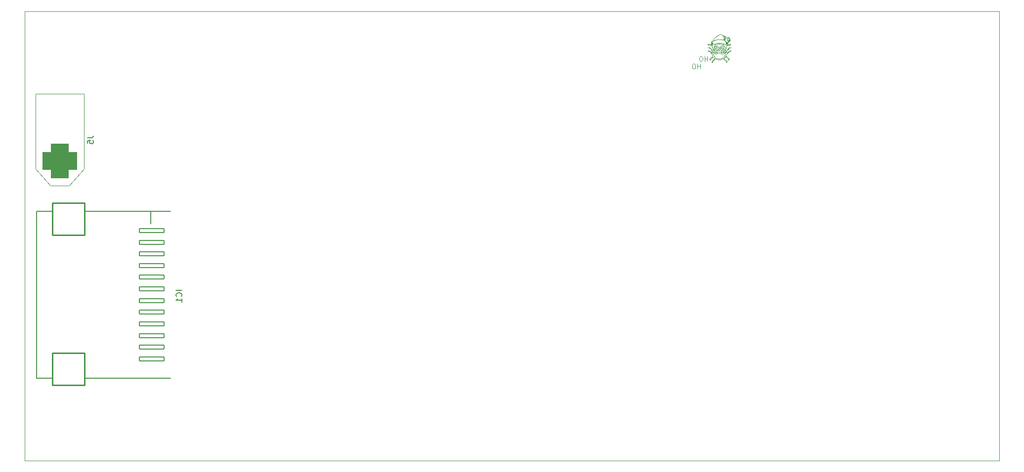
<source format=gbo>
%TF.GenerationSoftware,KiCad,Pcbnew,8.0.8-8.0.8-0~ubuntu24.04.1*%
%TF.CreationDate,2025-02-11T18:27:08-05:00*%
%TF.ProjectId,Strojni_posuv,5374726f-6a6e-4695-9f70-6f7375762e6b,rev?*%
%TF.SameCoordinates,Original*%
%TF.FileFunction,Legend,Bot*%
%TF.FilePolarity,Positive*%
%FSLAX46Y46*%
G04 Gerber Fmt 4.6, Leading zero omitted, Abs format (unit mm)*
G04 Created by KiCad (PCBNEW 8.0.8-8.0.8-0~ubuntu24.04.1) date 2025-02-11 18:27:08*
%MOMM*%
%LPD*%
G01*
G04 APERTURE LIST*
G04 Aperture macros list*
%AMRoundRect*
0 Rectangle with rounded corners*
0 $1 Rounding radius*
0 $2 $3 $4 $5 $6 $7 $8 $9 X,Y pos of 4 corners*
0 Add a 4 corners polygon primitive as box body*
4,1,4,$2,$3,$4,$5,$6,$7,$8,$9,$2,$3,0*
0 Add four circle primitives for the rounded corners*
1,1,$1+$1,$2,$3*
1,1,$1+$1,$4,$5*
1,1,$1+$1,$6,$7*
1,1,$1+$1,$8,$9*
0 Add four rect primitives between the rounded corners*
20,1,$1+$1,$2,$3,$4,$5,0*
20,1,$1+$1,$4,$5,$6,$7,0*
20,1,$1+$1,$6,$7,$8,$9,0*
20,1,$1+$1,$8,$9,$2,$3,0*%
G04 Aperture macros list end*
%ADD10C,0.125000*%
%ADD11C,0.049000*%
%ADD12C,0.100000*%
%ADD13C,0.150000*%
%ADD14C,0.120000*%
%ADD15C,0.127000*%
%ADD16C,0.203200*%
%ADD17C,2.400000*%
%ADD18R,1.700000X1.700000*%
%ADD19O,1.700000X1.700000*%
%ADD20C,2.000000*%
%ADD21C,2.600000*%
%ADD22R,2.000000X2.000000*%
%ADD23R,2.500000X3.000000*%
%ADD24R,1.800000X1.800000*%
%ADD25C,1.800000*%
%ADD26RoundRect,1.500000X1.500000X-1.500000X1.500000X1.500000X-1.500000X1.500000X-1.500000X-1.500000X0*%
%ADD27C,6.000000*%
%ADD28C,1.604000*%
%ADD29RoundRect,0.102000X2.100000X-0.317500X2.100000X0.317500X-2.100000X0.317500X-2.100000X-0.317500X0*%
%ADD30RoundRect,0.102000X2.758000X-2.758000X2.758000X2.758000X-2.758000X2.758000X-2.758000X-2.758000X0*%
G04 APERTURE END LIST*
D10*
X168427287Y-40007640D02*
X168427287Y-39207640D01*
X168427287Y-39588592D02*
X167970144Y-39588592D01*
X167970144Y-40007640D02*
X167970144Y-39207640D01*
X167436811Y-39207640D02*
X167284430Y-39207640D01*
X167284430Y-39207640D02*
X167208240Y-39245735D01*
X167208240Y-39245735D02*
X167132049Y-39321925D01*
X167132049Y-39321925D02*
X167093954Y-39474306D01*
X167093954Y-39474306D02*
X167093954Y-39740973D01*
X167093954Y-39740973D02*
X167132049Y-39893354D01*
X167132049Y-39893354D02*
X167208240Y-39969545D01*
X167208240Y-39969545D02*
X167284430Y-40007640D01*
X167284430Y-40007640D02*
X167436811Y-40007640D01*
X167436811Y-40007640D02*
X167513002Y-39969545D01*
X167513002Y-39969545D02*
X167589192Y-39893354D01*
X167589192Y-39893354D02*
X167627288Y-39740973D01*
X167627288Y-39740973D02*
X167627288Y-39474306D01*
X167627288Y-39474306D02*
X167589192Y-39321925D01*
X167589192Y-39321925D02*
X167513002Y-39245735D01*
X167513002Y-39245735D02*
X167436811Y-39207640D01*
X167208239Y-41295595D02*
X167208239Y-40495595D01*
X167208239Y-40876547D02*
X166751096Y-40876547D01*
X166751096Y-41295595D02*
X166751096Y-40495595D01*
X166217763Y-40495595D02*
X166065382Y-40495595D01*
X166065382Y-40495595D02*
X165989192Y-40533690D01*
X165989192Y-40533690D02*
X165913001Y-40609880D01*
X165913001Y-40609880D02*
X165874906Y-40762261D01*
X165874906Y-40762261D02*
X165874906Y-41028928D01*
X165874906Y-41028928D02*
X165913001Y-41181309D01*
X165913001Y-41181309D02*
X165989192Y-41257500D01*
X165989192Y-41257500D02*
X166065382Y-41295595D01*
X166065382Y-41295595D02*
X166217763Y-41295595D01*
X166217763Y-41295595D02*
X166293954Y-41257500D01*
X166293954Y-41257500D02*
X166370144Y-41181309D01*
X166370144Y-41181309D02*
X166408240Y-41028928D01*
X166408240Y-41028928D02*
X166408240Y-40762261D01*
X166408240Y-40762261D02*
X166370144Y-40609880D01*
X166370144Y-40609880D02*
X166293954Y-40533690D01*
X166293954Y-40533690D02*
X166217763Y-40495595D01*
D11*
X172141726Y-37664156D02*
X172354667Y-37664156D01*
X172067186Y-36100338D02*
X172014117Y-36092293D01*
X171960150Y-36094597D01*
X171908372Y-36108102D01*
X171861870Y-36133661D01*
X170359495Y-38473286D02*
G75*
G02*
X170093876Y-38627895I-451365J469976D01*
G01*
X171491943Y-37867630D02*
G75*
G02*
X171541749Y-38963350I-892821J-589575D01*
G01*
X168695310Y-37227575D02*
G75*
G02*
X168705274Y-37143647I-82746J52379D01*
G01*
X168675383Y-37750533D02*
G75*
G02*
X168675383Y-37664156I-69904J43188D01*
G01*
X171607678Y-39251557D02*
X172025938Y-39602519D01*
X171279982Y-37664726D02*
G75*
G02*
X170937147Y-37940534I-320932J47946D01*
G01*
X170208632Y-38418389D02*
G75*
G02*
X170037331Y-38547728I-900532J1014589D01*
G01*
X171764756Y-38863507D02*
G75*
G02*
X171658415Y-39160553I-1244056J277807D01*
G01*
X171861870Y-36133661D02*
X171823920Y-36170766D01*
X171795815Y-36216448D01*
X171779238Y-36266690D01*
X171775874Y-36317478D01*
X170333107Y-38001699D02*
G75*
G02*
X170373504Y-37913420I220893J-47701D01*
G01*
X169635733Y-37745020D02*
X169720204Y-37863098D01*
X171541749Y-38963350D02*
G75*
G02*
X169488301Y-38963350I-1026724J371887D01*
G01*
X169220339Y-38233141D02*
X168815383Y-37750533D01*
X171309846Y-37863098D02*
X171394317Y-37745020D01*
X171809711Y-38233141D02*
G75*
G02*
X171812056Y-38597296I-1319251J-190579D01*
G01*
X169815120Y-38324058D02*
G75*
G02*
X169550128Y-38467434I-273840J189548D01*
G01*
X169611253Y-38275562D02*
G75*
G02*
X169673716Y-38081034I268547J21062D01*
G01*
X172227355Y-36207296D02*
X172191360Y-36167571D01*
X172147666Y-36134481D01*
X172103321Y-36112059D01*
X172067186Y-36100338D01*
X170558050Y-38112290D02*
G75*
G02*
X170515036Y-38028255I129850J119490D01*
G01*
X170208632Y-38418389D02*
G75*
G02*
X170037331Y-38547728I-900532J1014589D01*
G01*
X171932609Y-37019391D02*
X171948076Y-36824002D01*
X170634552Y-37621094D02*
G75*
G02*
X171279977Y-37664727I317668J-96436D01*
G01*
X171687797Y-40026016D02*
X171687797Y-40159701D01*
X169957042Y-38347129D02*
G75*
G02*
X170262213Y-38178747I365688J-302031D01*
G01*
X168867904Y-38224156D02*
X169231032Y-38656915D01*
X168815383Y-37750533D02*
X168675383Y-37750533D01*
X171222650Y-38006607D02*
G75*
G02*
X171309852Y-37863105I288050J-76793D01*
G01*
X169720204Y-37863098D02*
G75*
G02*
X169807400Y-38006607I-201064J-220412D01*
G01*
X169342253Y-40159701D02*
G75*
G02*
X169234417Y-40159701I-53918J-70000D01*
G01*
X169920935Y-38055654D02*
X170050364Y-38066231D01*
X170395498Y-37621094D02*
G75*
G02*
X170092904Y-37940538I-414918J89994D01*
G01*
X170670555Y-38473286D02*
G75*
G02*
X170609458Y-38396100I317745J314286D01*
G01*
X169815120Y-38324058D02*
G75*
G02*
X169673723Y-38081040I196420J276928D01*
G01*
X169342253Y-40026016D02*
X169342253Y-40159701D01*
X169231032Y-38656915D02*
X169217994Y-38597296D01*
X169438028Y-37673141D02*
G75*
G02*
X169088554Y-37227574I185692J505481D01*
G01*
X172000539Y-36583530D02*
X171972101Y-36626052D01*
X171974529Y-36676011D01*
X171977965Y-36679738D01*
X169280374Y-38881479D02*
X168815035Y-38326910D01*
X171941501Y-37227575D02*
G75*
G02*
X171592019Y-37673134I-535101J59875D01*
G01*
X172012364Y-36481409D02*
X172048940Y-36447796D01*
X172074222Y-36403003D01*
X172093529Y-36356532D01*
X172097650Y-36345902D01*
X169722021Y-37420762D02*
X169643908Y-37572446D01*
X169004112Y-39602519D02*
X169004112Y-39742519D01*
X169248285Y-38093141D02*
X168888324Y-37664156D01*
X169722021Y-37420762D02*
X169643908Y-37572446D01*
X169137533Y-37050819D02*
X169402747Y-36867388D01*
X170631005Y-35370849D02*
X171461740Y-35687395D01*
X171356326Y-38081040D02*
G75*
G02*
X171214930Y-38324058I-337526J33740D01*
G01*
X170684360Y-38137283D02*
G75*
G02*
X170558053Y-38112288I-50200J77953D01*
G01*
X170767837Y-38178751D02*
G75*
G02*
X170979686Y-38066232I236613J-189799D01*
G01*
X171315315Y-39582479D02*
X171795633Y-39985513D01*
X169815120Y-38324058D02*
G75*
G02*
X169673723Y-38081040I196420J276928D01*
G01*
X170656554Y-37913414D02*
G75*
G02*
X170696951Y-38001697I-180954J-136186D01*
G01*
X171627303Y-36867388D02*
G75*
G02*
X171673020Y-36795900I24197J34888D01*
G01*
X171479922Y-38467431D02*
G75*
G02*
X171214913Y-38324070I8878J333031D01*
G01*
X169488301Y-38963350D02*
G75*
G02*
X169538106Y-37867629I942769J506140D01*
G01*
X171635618Y-37099005D02*
X171801161Y-37204888D01*
X168889020Y-39565513D02*
X169379320Y-39154103D01*
X171356326Y-38081040D02*
G75*
G02*
X171418819Y-38275564I-205626J-173360D01*
G01*
X172283252Y-36368001D02*
X172276659Y-36314977D01*
X172260136Y-36263886D01*
X172233792Y-36216267D01*
X172227355Y-36207296D01*
X171932609Y-37019391D02*
G75*
G02*
X171892504Y-37050892I-33909J1891D01*
G01*
X170500178Y-37726754D02*
X170529872Y-37726754D01*
X170515025Y-38323574D02*
G75*
G02*
X170609487Y-38396090I-4025J-103026D01*
G01*
X171809711Y-38233141D02*
X172214667Y-37750533D01*
X171222650Y-38006607D02*
G75*
G02*
X171109116Y-38055636I-107950J94007D01*
G01*
X171658422Y-39160557D02*
X172141030Y-39565513D01*
X171892517Y-37050819D02*
X171627303Y-36867388D01*
X171541749Y-38963350D02*
G75*
G02*
X169488301Y-38963350I-1026724J371887D01*
G01*
X170767837Y-38178751D02*
G75*
G02*
X170979686Y-38066232I236613J-189799D01*
G01*
X171644924Y-38453102D02*
G75*
G02*
X171479922Y-38467438I-128224J519102D01*
G01*
X171635618Y-37099005D02*
G75*
G02*
X171670666Y-37017360I48082J27705D01*
G01*
X168815035Y-38326910D02*
X168675035Y-38326910D01*
X170162532Y-37652040D02*
G75*
G02*
X169952532Y-37652040I-105000J0D01*
G01*
X169952532Y-37652040D02*
G75*
G02*
X170162532Y-37652040I105000J0D01*
G01*
X169004112Y-39742519D02*
G75*
G02*
X168889020Y-39742519I-57546J-70000D01*
G01*
X169635733Y-37745020D02*
G75*
G02*
X169643908Y-37572446I130596J80294D01*
G01*
X169611253Y-38275562D02*
G75*
G02*
X169673716Y-38081034I268547J21062D01*
G01*
X169357027Y-36795896D02*
G75*
G02*
X169402743Y-36867383I21653J-36514D01*
G01*
X171461740Y-35687395D02*
X171678639Y-36079388D01*
X171804236Y-36876513D02*
X171809201Y-36764623D01*
X171222650Y-38006607D02*
G75*
G02*
X171309852Y-37863105I288050J-76793D01*
G01*
X169488301Y-38963350D02*
G75*
G02*
X169538106Y-37867629I942769J506140D01*
G01*
X170050364Y-38066231D02*
G75*
G02*
X170262232Y-38178736I-24864J-302569D01*
G01*
X169815120Y-38324058D02*
G75*
G02*
X169550128Y-38467434I-273840J189548D01*
G01*
X171673023Y-36795896D02*
X171804236Y-36876513D01*
X171491943Y-37867630D02*
G75*
G02*
X171541749Y-38963350I-892821J-589575D01*
G01*
X172097650Y-36345902D02*
G75*
G02*
X172180270Y-36354976I40150J-15098D01*
G01*
X169538107Y-38207866D02*
G75*
G02*
X169538109Y-37867631I361353J170116D01*
G01*
X169137533Y-37050819D02*
G75*
G02*
X169097441Y-37019391I-6061J33554D01*
G01*
X171359483Y-38592666D02*
G75*
G02*
X171073008Y-38347129I141677J455186D01*
G01*
X172244016Y-36529782D02*
X172264898Y-36482233D01*
X172278385Y-36431256D01*
X172283371Y-36378585D01*
X172283252Y-36368001D01*
X169761985Y-37220939D02*
G75*
G02*
X171268065Y-37220939I753040J-1758557D01*
G01*
X171356326Y-38081040D02*
G75*
G02*
X171418819Y-38275564I-205626J-173360D01*
G01*
X170936174Y-38627895D02*
G75*
G02*
X170670555Y-38473286I185926J624895D01*
G01*
X169225814Y-36876513D02*
X169220849Y-36764623D01*
X169611253Y-38275562D02*
G75*
G02*
X169538111Y-38207864I43187J120022D01*
G01*
X168888324Y-37664156D02*
X168675383Y-37664156D01*
X169761985Y-37220939D02*
G75*
G02*
X169722026Y-37420765I-315285J-40861D01*
G01*
X169681645Y-35965084D02*
X169400516Y-36449404D01*
X169379320Y-39154103D02*
G75*
G02*
X169280374Y-38881479I1141880J568703D01*
G01*
X171670666Y-37017361D02*
X171904776Y-37143647D01*
X171781765Y-38093141D02*
X172141726Y-37664156D01*
X169920935Y-38055654D02*
G75*
G02*
X169807416Y-38006593I-5535J143054D01*
G01*
X171308029Y-37420762D02*
G75*
G02*
X171268077Y-37220941I274871J158862D01*
G01*
X170529872Y-37726754D02*
G75*
G02*
X170656551Y-37913415I-323772J-356046D01*
G01*
X171386142Y-37572446D02*
G75*
G02*
X171394314Y-37745018I-122372J-92274D01*
G01*
X171394317Y-37745020D02*
X171309846Y-37863098D01*
X172334740Y-37227575D02*
X171941501Y-37227575D01*
X171359483Y-38592666D02*
G75*
G02*
X170992720Y-38547727I-129833J459496D01*
G01*
X172324776Y-37143647D02*
G75*
G02*
X172334727Y-37227583I92824J-31553D01*
G01*
X172355015Y-38224156D02*
G75*
G02*
X172355018Y-38326908I70035J-51374D01*
G01*
X170345690Y-38137283D02*
G75*
G02*
X170333102Y-38001696I91610J76883D01*
G01*
X172214667Y-37750533D02*
X172354667Y-37750533D01*
X169720204Y-37863098D02*
G75*
G02*
X169807400Y-38006607I-201064J-220412D01*
G01*
X169268662Y-37338720D02*
G75*
G02*
X171761388Y-37338720I1246363J-1602338D01*
G01*
X171795633Y-39985513D02*
X171795633Y-40159701D01*
X169429607Y-39245486D02*
X169004112Y-39602519D01*
X171977965Y-36679738D02*
X172031151Y-36686388D01*
X172078087Y-36672240D01*
X172125234Y-36649639D01*
X170037331Y-38547728D02*
G75*
G02*
X169670566Y-38592669I-236851J413888D01*
G01*
X170979686Y-38066231D02*
X171109115Y-38055654D01*
X169357027Y-36795896D02*
X169225814Y-36876513D01*
X170937147Y-37940535D02*
G75*
G02*
X170634552Y-37621094I112403J409515D01*
G01*
X169802929Y-39639462D02*
X169342253Y-40026016D01*
X171232001Y-39643557D02*
G75*
G02*
X169802929Y-39639463I-711511J1057987D01*
G01*
X171076885Y-35723486D02*
X171122790Y-35761834D01*
X171172746Y-35796946D01*
X171215399Y-35832560D01*
X171258711Y-35877447D01*
X171299275Y-35932792D01*
X171323107Y-35976085D01*
X171343193Y-36024905D01*
X171358524Y-36079604D01*
X171368088Y-36140534D01*
X171370877Y-36208046D01*
X171369416Y-36244380D01*
X170696943Y-38001699D02*
G75*
G02*
X170684356Y-38137280I-104093J-58711D01*
G01*
X171491943Y-37867630D02*
G75*
G02*
X171491945Y-38207867I-360893J-170120D01*
G01*
X169076489Y-36670019D02*
X169097441Y-37019391D01*
X171904776Y-37143647D02*
X172324776Y-37143647D01*
X170936174Y-38627895D02*
G75*
G02*
X170821440Y-38418387I183926J236895D01*
G01*
X171077518Y-37652040D02*
G75*
G02*
X170867518Y-37652040I-105000J0D01*
G01*
X170867518Y-37652040D02*
G75*
G02*
X171077518Y-37652040I105000J0D01*
G01*
X169550128Y-38467431D02*
G75*
G02*
X169385126Y-38453103I-36758J533931D01*
G01*
X171222650Y-38006607D02*
G75*
G02*
X171109116Y-38055636I-107950J94007D01*
G01*
X172141030Y-39742519D02*
G75*
G02*
X172025938Y-39742519I-57546J-70000D01*
G01*
X170373496Y-37913414D02*
G75*
G02*
X170500175Y-37726751I450604J-169486D01*
G01*
X169234417Y-39985513D02*
X169234417Y-40159701D01*
X168675035Y-38326910D02*
G75*
G02*
X168675035Y-38224156I-69983J51377D01*
G01*
X169400516Y-36449404D02*
X169076489Y-36670019D01*
X171644924Y-38453102D02*
G75*
G02*
X170515025Y-38597824I-622384J376052D01*
G01*
X172180349Y-36354965D02*
X172176662Y-36412667D01*
X172158022Y-36466059D01*
X172121276Y-36509376D01*
X172076508Y-36538367D01*
X172031836Y-36561837D01*
X172000539Y-36583530D01*
X170050364Y-38066231D02*
G75*
G02*
X170262232Y-38178736I-24864J-302569D01*
G01*
X169217994Y-38597296D02*
G75*
G02*
X169220338Y-38233141I1321706J173576D01*
G01*
X171131617Y-36204746D02*
X171507684Y-36391869D01*
X171491943Y-38207866D02*
G75*
G02*
X171418810Y-38275597I-116243J52166D01*
G01*
X171232001Y-39643557D02*
X171687797Y-40026016D01*
X171607678Y-39251557D02*
G75*
G02*
X171315312Y-39582475I-1086778J665557D01*
G01*
X170992719Y-38547728D02*
G75*
G02*
X170821413Y-38418394I730081J1145128D01*
G01*
X168867904Y-38224156D02*
X168675035Y-38224156D01*
X170208632Y-38418389D02*
G75*
G02*
X170093876Y-38627895I-299062J27629D01*
G01*
X168889020Y-39565513D02*
X168889020Y-39742519D01*
X170767837Y-38178751D02*
G75*
G02*
X171073011Y-38347126I-60637J-470649D01*
G01*
X169720076Y-39577997D02*
G75*
G02*
X169429607Y-39245486I800494J992407D01*
G01*
X171109115Y-38055654D02*
X170979686Y-38066231D01*
X172215015Y-38326910D02*
X171764756Y-38863507D01*
X169125274Y-37143647D02*
X168705274Y-37143647D01*
X170631005Y-35370849D02*
X169681645Y-35965084D01*
X171801161Y-37204888D02*
X171761388Y-37338720D01*
X170515025Y-38597824D02*
G75*
G02*
X169385125Y-38453102I-507522J520723D01*
G01*
X171356326Y-38081040D02*
G75*
G02*
X171214930Y-38324058I-337526J33740D01*
G01*
X170472000Y-38112290D02*
G75*
G02*
X170345699Y-38137268I-76100J52990D01*
G01*
X171076885Y-35723486D02*
X171348027Y-35822254D01*
X171507684Y-36391869D02*
X171495569Y-36335288D01*
X171487612Y-36270624D01*
X171480253Y-36212345D01*
X171470741Y-36148559D01*
X171458214Y-36081855D01*
X171441808Y-36014822D01*
X171420661Y-35950050D01*
X171393908Y-35890129D01*
X171360687Y-35837647D01*
X171348027Y-35822254D01*
X168695310Y-37227575D02*
X169088549Y-37227575D01*
X171870470Y-36463672D02*
X171916030Y-36484552D01*
X171966999Y-36492409D01*
X172012364Y-36481409D01*
X169920935Y-38055654D02*
G75*
G02*
X169807416Y-38006593I-5535J143054D01*
G01*
X169761985Y-37220939D02*
G75*
G02*
X171268065Y-37220939I753040J-1758557D01*
G01*
X171386142Y-37572446D02*
G75*
G02*
X171394314Y-37745018I-122372J-92274D01*
G01*
X170420588Y-38396098D02*
G75*
G02*
X170515025Y-38323569I98442J-30432D01*
G01*
X171479922Y-38467431D02*
G75*
G02*
X171214913Y-38324070I8878J333031D01*
G01*
X171812056Y-38597296D02*
X171802185Y-38653141D01*
X170515025Y-38597824D02*
G75*
G02*
X169385125Y-38453102I-507522J520723D01*
G01*
X171644924Y-38453102D02*
G75*
G02*
X170515025Y-38597824I-622384J376052D01*
G01*
X172215015Y-38326910D02*
X172355015Y-38326910D01*
X172141030Y-39565513D02*
X172141030Y-39742519D01*
X172125234Y-36649639D02*
X172168060Y-36621053D01*
X172206389Y-36584651D01*
X172236408Y-36543216D01*
X172244016Y-36529782D01*
X169234417Y-39985513D02*
X169720076Y-39577997D01*
X169359384Y-37017361D02*
G75*
G02*
X169394433Y-37099005I-12844J-53859D01*
G01*
X169750068Y-37664726D02*
G75*
G02*
X170395500Y-37621093I327762J-52824D01*
G01*
X171592022Y-37673141D02*
G75*
G02*
X171781768Y-38093140I-1101422J-750459D01*
G01*
X169228889Y-37204888D02*
X169268662Y-37338720D01*
X172354667Y-37664156D02*
G75*
G02*
X172354707Y-37750508I70033J-43144D01*
G01*
X172162146Y-38224156D02*
X172355015Y-38224156D01*
X171795633Y-40159701D02*
G75*
G02*
X171687797Y-40159701I-53918J-70000D01*
G01*
X169920935Y-38055654D02*
X170050364Y-38066231D01*
X171491943Y-38207866D02*
G75*
G02*
X171418810Y-38275597I-116243J52166D01*
G01*
X171491943Y-37867630D02*
G75*
G02*
X171491945Y-38207867I-360893J-170120D01*
G01*
X171678639Y-36079388D02*
G75*
G02*
X171948076Y-36824001I317431J-306192D01*
G01*
X169538107Y-38207866D02*
G75*
G02*
X169538109Y-37867631I361353J170116D01*
G01*
X169635733Y-37745020D02*
G75*
G02*
X169643908Y-37572446I130596J80294D01*
G01*
X171775874Y-36317478D02*
X171787440Y-36367092D01*
X171812281Y-36411041D01*
X171847493Y-36447425D01*
X171870470Y-36463672D01*
X170420588Y-38396098D02*
G75*
G02*
X170359490Y-38473281I-378688J236998D01*
G01*
X172025938Y-39602519D02*
X172025938Y-39742519D01*
X171386142Y-37572446D02*
X171308029Y-37420762D01*
X169220849Y-36764623D02*
G75*
G02*
X171809201Y-36764623I1294176J-1609142D01*
G01*
X169957042Y-38347129D02*
G75*
G02*
X169670567Y-38592666I-428452J209999D01*
G01*
X169635733Y-37745020D02*
X169720204Y-37863098D01*
X169957042Y-38347129D02*
G75*
G02*
X170262213Y-38178747I365688J-302031D01*
G01*
X171308029Y-37420762D02*
G75*
G02*
X171268077Y-37220941I274871J158862D01*
G01*
X170670555Y-38473286D02*
G75*
G02*
X170609458Y-38396100I317745J314286D01*
G01*
X171131617Y-36204746D02*
X171369416Y-36244380D01*
X169248285Y-38093141D02*
G75*
G02*
X169438029Y-37673142I1291735J-330709D01*
G01*
X171802185Y-38653141D02*
X172162146Y-38224156D01*
X170515025Y-38323574D02*
G75*
G02*
X170609487Y-38396090I-4025J-103026D01*
G01*
X169957042Y-38347129D02*
G75*
G02*
X169670567Y-38592666I-428452J209999D01*
G01*
X170092903Y-37940535D02*
G75*
G02*
X169750071Y-37664726I-21843J323825D01*
G01*
X169359384Y-37017361D02*
X169125274Y-37143647D01*
X169550128Y-38467431D02*
G75*
G02*
X169385126Y-38453103I-36758J533931D01*
G01*
X170515025Y-38028257D02*
G75*
G02*
X170471984Y-38112275I-173325J35757D01*
G01*
X169761985Y-37220939D02*
G75*
G02*
X169722026Y-37420765I-315285J-40861D01*
G01*
X169394432Y-37099005D02*
X169228889Y-37204888D01*
D12*
X51500000Y-31500000D02*
X218500000Y-31500000D01*
X218500000Y-108500000D01*
X51500000Y-108500000D01*
X51500000Y-31500000D01*
X218500000Y-105500000D02*
X218500000Y-108500000D01*
D13*
X62254819Y-53166666D02*
X62969104Y-53166666D01*
X62969104Y-53166666D02*
X63111961Y-53119047D01*
X63111961Y-53119047D02*
X63207200Y-53023809D01*
X63207200Y-53023809D02*
X63254819Y-52880952D01*
X63254819Y-52880952D02*
X63254819Y-52785714D01*
X62254819Y-54119047D02*
X62254819Y-53642857D01*
X62254819Y-53642857D02*
X62731009Y-53595238D01*
X62731009Y-53595238D02*
X62683390Y-53642857D01*
X62683390Y-53642857D02*
X62635771Y-53738095D01*
X62635771Y-53738095D02*
X62635771Y-53976190D01*
X62635771Y-53976190D02*
X62683390Y-54071428D01*
X62683390Y-54071428D02*
X62731009Y-54119047D01*
X62731009Y-54119047D02*
X62826247Y-54166666D01*
X62826247Y-54166666D02*
X63064342Y-54166666D01*
X63064342Y-54166666D02*
X63159580Y-54119047D01*
X63159580Y-54119047D02*
X63207200Y-54071428D01*
X63207200Y-54071428D02*
X63254819Y-53976190D01*
X63254819Y-53976190D02*
X63254819Y-53738095D01*
X63254819Y-53738095D02*
X63207200Y-53642857D01*
X63207200Y-53642857D02*
X63159580Y-53595238D01*
X78420769Y-79318810D02*
X77420769Y-79318810D01*
X78325530Y-80366428D02*
X78373150Y-80318809D01*
X78373150Y-80318809D02*
X78420769Y-80175952D01*
X78420769Y-80175952D02*
X78420769Y-80080714D01*
X78420769Y-80080714D02*
X78373150Y-79937857D01*
X78373150Y-79937857D02*
X78277911Y-79842619D01*
X78277911Y-79842619D02*
X78182673Y-79795000D01*
X78182673Y-79795000D02*
X77992197Y-79747381D01*
X77992197Y-79747381D02*
X77849340Y-79747381D01*
X77849340Y-79747381D02*
X77658864Y-79795000D01*
X77658864Y-79795000D02*
X77563626Y-79842619D01*
X77563626Y-79842619D02*
X77468388Y-79937857D01*
X77468388Y-79937857D02*
X77420769Y-80080714D01*
X77420769Y-80080714D02*
X77420769Y-80175952D01*
X77420769Y-80175952D02*
X77468388Y-80318809D01*
X77468388Y-80318809D02*
X77516007Y-80366428D01*
X78420769Y-81318809D02*
X78420769Y-80747381D01*
X78420769Y-81033095D02*
X77420769Y-81033095D01*
X77420769Y-81033095D02*
X77563626Y-80937857D01*
X77563626Y-80937857D02*
X77658864Y-80842619D01*
X77658864Y-80842619D02*
X77706483Y-80747381D01*
D14*
%TO.C,J5*%
X53350000Y-45650000D02*
X53350000Y-58500000D01*
X53350000Y-58500000D02*
X55950000Y-61350000D01*
X55950000Y-61350000D02*
X59100000Y-61350000D01*
X59100000Y-61350000D02*
X61650000Y-58500000D01*
X61650000Y-45650000D02*
X53350000Y-45650000D01*
X61650000Y-58500000D02*
X61650000Y-45650000D01*
D15*
%TO.C,IC1*%
X53530950Y-65753800D02*
X53530950Y-94379600D01*
X53530950Y-94379600D02*
X56511550Y-94379600D01*
X56454750Y-65770000D02*
X76454750Y-65770000D01*
X56454750Y-94370000D02*
X76454750Y-94370000D01*
X56536950Y-65753800D02*
X53530950Y-65753800D01*
D16*
X73130950Y-67895000D02*
X73130950Y-65807500D01*
%TD*%
%LPC*%
D17*
%TO.C,SW4*%
X208400000Y-66000000D03*
X211000000Y-66000000D03*
X213600000Y-66000000D03*
%TD*%
D18*
%TO.C,J15*%
X159200000Y-79700000D03*
D19*
X156660000Y-79700000D03*
X154120000Y-79700000D03*
X151580000Y-79700000D03*
X149040000Y-79700000D03*
X146500000Y-79700000D03*
%TD*%
D20*
%TO.C,SW3*%
X207500000Y-84500000D03*
X214000000Y-84500000D03*
X207500000Y-89000000D03*
X214000000Y-89000000D03*
%TD*%
D21*
%TO.C,J9*%
X206350000Y-52000000D03*
%TD*%
%TO.C,J13*%
X190600000Y-36900000D03*
%TD*%
%TO.C,J11*%
X190600000Y-41800000D03*
%TD*%
D22*
%TO.C,SW5*%
X96550000Y-80500000D03*
D20*
X101550000Y-80500000D03*
X99050000Y-80500000D03*
D23*
X94300000Y-73000000D03*
X103800000Y-73000000D03*
D20*
X96550000Y-66000000D03*
X101550000Y-66000000D03*
%TD*%
D18*
%TO.C,J4*%
X64250000Y-100475000D03*
D19*
X66790000Y-100475000D03*
%TD*%
D21*
%TO.C,J2*%
X55000000Y-42500000D03*
%TD*%
D18*
%TO.C,J1*%
X130980000Y-103000000D03*
D19*
X133520000Y-103000000D03*
X136060000Y-103000000D03*
X138600000Y-103000000D03*
X141140000Y-103000000D03*
X143680000Y-103000000D03*
X146220000Y-103000000D03*
X148760000Y-103000000D03*
X151300000Y-103000000D03*
X153840000Y-103000000D03*
X156380000Y-103000000D03*
X158920000Y-103000000D03*
X161460000Y-103000000D03*
X164000000Y-103000000D03*
X166540000Y-103000000D03*
X169080000Y-103000000D03*
X171620000Y-103000000D03*
X174160000Y-103000000D03*
X176700000Y-103000000D03*
X179240000Y-103000000D03*
%TD*%
D21*
%TO.C,J12*%
X203500000Y-40500000D03*
%TD*%
%TO.C,J14*%
X203500000Y-35500000D03*
%TD*%
%TO.C,J10*%
X211000000Y-52000000D03*
%TD*%
%TO.C,J7*%
X169250000Y-52000000D03*
%TD*%
D20*
%TO.C,SW2*%
X97000000Y-86500000D03*
X103500000Y-86500000D03*
X97000000Y-91000000D03*
X103500000Y-91000000D03*
%TD*%
D21*
%TO.C,J8*%
X174500000Y-52000000D03*
%TD*%
D18*
%TO.C,J3*%
X72250000Y-100475000D03*
D19*
X74790000Y-100475000D03*
%TD*%
D21*
%TO.C,J6*%
X59650000Y-42500000D03*
%TD*%
D24*
%TO.C,D2*%
X79182000Y-103000000D03*
D25*
X81341000Y-103000000D03*
X83500000Y-103000000D03*
X85659000Y-103000000D03*
%TD*%
D26*
%TO.C,J5*%
X57500000Y-57100000D03*
D27*
X57500000Y-49900000D03*
%TD*%
D28*
%TO.C,IC1*%
X69330950Y-92070000D03*
D29*
X73230950Y-91070000D03*
D28*
X69330950Y-90070000D03*
D29*
X73230950Y-89070000D03*
D28*
X69330950Y-88070000D03*
D29*
X73230950Y-87070000D03*
D28*
X69330950Y-86070000D03*
D29*
X73230950Y-85070000D03*
D28*
X69330950Y-84070000D03*
D29*
X73230950Y-83070000D03*
D28*
X69330950Y-82070000D03*
D29*
X73230950Y-81070000D03*
D28*
X69330950Y-80070000D03*
D29*
X73230950Y-79070000D03*
D28*
X69330950Y-78070000D03*
D29*
X73230950Y-77070000D03*
D28*
X69330950Y-76070000D03*
D29*
X73230950Y-75070000D03*
D28*
X69330950Y-74070000D03*
D29*
X73230950Y-73070000D03*
D28*
X69330950Y-72070000D03*
D29*
X73230950Y-71070000D03*
D28*
X69330950Y-70070000D03*
D29*
X73230950Y-69070000D03*
D28*
X69330950Y-68070000D03*
D30*
X59030950Y-92900000D03*
X59030950Y-67100000D03*
%TD*%
%LPD*%
M02*

</source>
